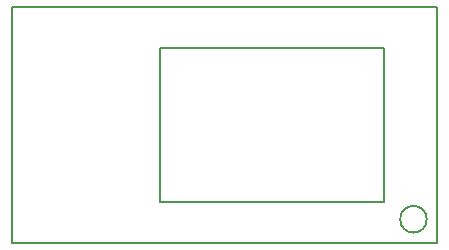
<source format=gbr>
G04 #@! TF.GenerationSoftware,KiCad,Pcbnew,7.0.2-0*
G04 #@! TF.CreationDate,2023-08-02T16:53:42+09:00*
G04 #@! TF.ProjectId,LCD_board2,4c43445f-626f-4617-9264-322e6b696361,rev?*
G04 #@! TF.SameCoordinates,Original*
G04 #@! TF.FileFunction,Profile,NP*
%FSLAX46Y46*%
G04 Gerber Fmt 4.6, Leading zero omitted, Abs format (unit mm)*
G04 Created by KiCad (PCBNEW 7.0.2-0) date 2023-08-02 16:53:42*
%MOMM*%
%LPD*%
G01*
G04 APERTURE LIST*
G04 #@! TA.AperFunction,Profile*
%ADD10C,0.200000*%
G04 #@! TD*
G04 APERTURE END LIST*
D10*
X139344000Y-98171000D02*
X158344000Y-98171000D01*
X162844000Y-94671000D02*
X126844000Y-94671000D01*
X161969000Y-112671000D02*
G75*
G03*
X161969000Y-112671000I-1125000J0D01*
G01*
X162844000Y-114671000D02*
X162844000Y-94671000D01*
X158344000Y-111171000D02*
X139344000Y-111171000D01*
X126844000Y-94671000D02*
X126844000Y-114671000D01*
X139344000Y-111171000D02*
X139344000Y-98171000D01*
X126844000Y-114671000D02*
X162844000Y-114671000D01*
X158344000Y-98171000D02*
X158344000Y-111171000D01*
M02*

</source>
